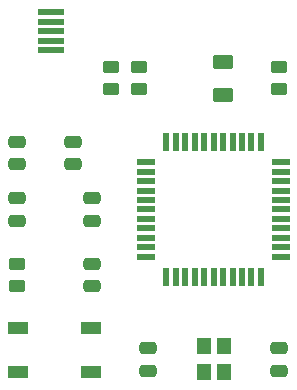
<source format=gbr>
%TF.GenerationSoftware,KiCad,Pcbnew,(6.0.5)*%
%TF.CreationDate,2022-12-18T12:47:56-06:00*%
%TF.ProjectId,ai03-pcb-tutorial,61693033-2d70-4636-922d-7475746f7269,rev?*%
%TF.SameCoordinates,Original*%
%TF.FileFunction,Paste,Top*%
%TF.FilePolarity,Positive*%
%FSLAX46Y46*%
G04 Gerber Fmt 4.6, Leading zero omitted, Abs format (unit mm)*
G04 Created by KiCad (PCBNEW (6.0.5)) date 2022-12-18 12:47:56*
%MOMM*%
%LPD*%
G01*
G04 APERTURE LIST*
G04 Aperture macros list*
%AMRoundRect*
0 Rectangle with rounded corners*
0 $1 Rounding radius*
0 $2 $3 $4 $5 $6 $7 $8 $9 X,Y pos of 4 corners*
0 Add a 4 corners polygon primitive as box body*
4,1,4,$2,$3,$4,$5,$6,$7,$8,$9,$2,$3,0*
0 Add four circle primitives for the rounded corners*
1,1,$1+$1,$2,$3*
1,1,$1+$1,$4,$5*
1,1,$1+$1,$6,$7*
1,1,$1+$1,$8,$9*
0 Add four rect primitives between the rounded corners*
20,1,$1+$1,$2,$3,$4,$5,0*
20,1,$1+$1,$4,$5,$6,$7,0*
20,1,$1+$1,$6,$7,$8,$9,0*
20,1,$1+$1,$8,$9,$2,$3,0*%
G04 Aperture macros list end*
%ADD10R,1.200000X1.400000*%
%ADD11R,2.250000X0.500000*%
%ADD12R,1.500000X0.550000*%
%ADD13R,0.550000X1.500000*%
%ADD14R,1.800000X1.100000*%
%ADD15RoundRect,0.250000X0.450000X-0.262500X0.450000X0.262500X-0.450000X0.262500X-0.450000X-0.262500X0*%
%ADD16RoundRect,0.250000X-0.450000X0.262500X-0.450000X-0.262500X0.450000X-0.262500X0.450000X0.262500X0*%
%ADD17RoundRect,0.250000X-0.625000X0.375000X-0.625000X-0.375000X0.625000X-0.375000X0.625000X0.375000X0*%
%ADD18RoundRect,0.250000X0.475000X-0.250000X0.475000X0.250000X-0.475000X0.250000X-0.475000X-0.250000X0*%
%ADD19RoundRect,0.250000X-0.475000X0.250000X-0.475000X-0.250000X0.475000X-0.250000X0.475000X0.250000X0*%
G04 APERTURE END LIST*
D10*
%TO.C,Y1*%
X115037500Y-145743750D03*
X115037500Y-147943750D03*
X116737500Y-147943750D03*
X116737500Y-145743750D03*
%TD*%
D11*
%TO.C,USB1*%
X102131250Y-120662500D03*
X102131250Y-119862500D03*
X102131250Y-119062500D03*
X102131250Y-118262500D03*
X102131250Y-117462500D03*
%TD*%
D12*
%TO.C,U1*%
X110187500Y-130143750D03*
X110187500Y-130943750D03*
X110187500Y-131743750D03*
X110187500Y-132543750D03*
X110187500Y-133343750D03*
X110187500Y-134143750D03*
X110187500Y-134943750D03*
X110187500Y-135743750D03*
X110187500Y-136543750D03*
X110187500Y-137343750D03*
X110187500Y-138143750D03*
D13*
X111887500Y-139843750D03*
X112687500Y-139843750D03*
X113487500Y-139843750D03*
X114287500Y-139843750D03*
X115087500Y-139843750D03*
X115887500Y-139843750D03*
X116687500Y-139843750D03*
X117487500Y-139843750D03*
X118287500Y-139843750D03*
X119087500Y-139843750D03*
X119887500Y-139843750D03*
D12*
X121587500Y-138143750D03*
X121587500Y-137343750D03*
X121587500Y-136543750D03*
X121587500Y-135743750D03*
X121587500Y-134943750D03*
X121587500Y-134143750D03*
X121587500Y-133343750D03*
X121587500Y-132543750D03*
X121587500Y-131743750D03*
X121587500Y-130943750D03*
X121587500Y-130143750D03*
D13*
X119887500Y-128443750D03*
X119087500Y-128443750D03*
X118287500Y-128443750D03*
X117487500Y-128443750D03*
X116687500Y-128443750D03*
X115887500Y-128443750D03*
X115087500Y-128443750D03*
X114287500Y-128443750D03*
X113487500Y-128443750D03*
X112687500Y-128443750D03*
X111887500Y-128443750D03*
%TD*%
D14*
%TO.C,SW1*%
X105493750Y-147900000D03*
X99293750Y-144200000D03*
X105493750Y-144200000D03*
X99293750Y-147900000D03*
%TD*%
D15*
%TO.C,R4*%
X121443750Y-123943750D03*
X121443750Y-122118750D03*
%TD*%
D16*
%TO.C,R3*%
X109537500Y-122118750D03*
X109537500Y-123943750D03*
%TD*%
D15*
%TO.C,R2*%
X107156250Y-123943750D03*
X107156250Y-122118750D03*
%TD*%
D16*
%TO.C,R1*%
X99218750Y-138787500D03*
X99218750Y-140612500D03*
%TD*%
D17*
%TO.C,F1*%
X116681250Y-121631250D03*
X116681250Y-124431250D03*
%TD*%
D18*
%TO.C,C7*%
X105568750Y-135093750D03*
X105568750Y-133193750D03*
%TD*%
%TO.C,C6*%
X99218750Y-128431250D03*
X99218750Y-130331250D03*
%TD*%
%TO.C,C5*%
X103981250Y-130331250D03*
X103981250Y-128431250D03*
%TD*%
D19*
%TO.C,C4*%
X105568750Y-138750000D03*
X105568750Y-140650000D03*
%TD*%
D18*
%TO.C,C3*%
X99218750Y-135093750D03*
X99218750Y-133193750D03*
%TD*%
%TO.C,C2*%
X110331250Y-147793750D03*
X110331250Y-145893750D03*
%TD*%
%TO.C,C1*%
X121443750Y-147793750D03*
X121443750Y-145893750D03*
%TD*%
M02*

</source>
